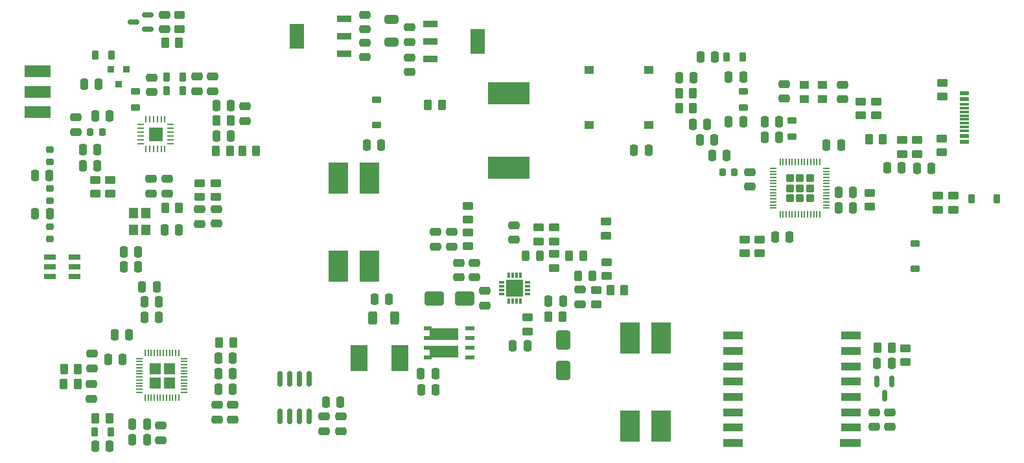
<source format=gbr>
%TF.GenerationSoftware,KiCad,Pcbnew,9.0.6*%
%TF.CreationDate,2025-12-01T10:01:31+02:00*%
%TF.ProjectId,sig_scan_pcb,7369675f-7363-4616-9e5f-7063622e6b69,1*%
%TF.SameCoordinates,Original*%
%TF.FileFunction,Paste,Top*%
%TF.FilePolarity,Positive*%
%FSLAX46Y46*%
G04 Gerber Fmt 4.6, Leading zero omitted, Abs format (unit mm)*
G04 Created by KiCad (PCBNEW 9.0.6) date 2025-12-01 10:01:31*
%MOMM*%
%LPD*%
G01*
G04 APERTURE LIST*
G04 Aperture macros list*
%AMRoundRect*
0 Rectangle with rounded corners*
0 $1 Rounding radius*
0 $2 $3 $4 $5 $6 $7 $8 $9 X,Y pos of 4 corners*
0 Add a 4 corners polygon primitive as box body*
4,1,4,$2,$3,$4,$5,$6,$7,$8,$9,$2,$3,0*
0 Add four circle primitives for the rounded corners*
1,1,$1+$1,$2,$3*
1,1,$1+$1,$4,$5*
1,1,$1+$1,$6,$7*
1,1,$1+$1,$8,$9*
0 Add four rect primitives between the rounded corners*
20,1,$1+$1,$2,$3,$4,$5,0*
20,1,$1+$1,$4,$5,$6,$7,0*
20,1,$1+$1,$6,$7,$8,$9,0*
20,1,$1+$1,$8,$9,$2,$3,0*%
G04 Aperture macros list end*
%ADD10C,0.010000*%
%ADD11RoundRect,0.250000X-0.250000X-0.475000X0.250000X-0.475000X0.250000X0.475000X-0.250000X0.475000X0*%
%ADD12RoundRect,0.250000X-0.450000X0.262500X-0.450000X-0.262500X0.450000X-0.262500X0.450000X0.262500X0*%
%ADD13RoundRect,0.218750X-0.256250X0.218750X-0.256250X-0.218750X0.256250X-0.218750X0.256250X0.218750X0*%
%ADD14RoundRect,0.250000X0.250000X0.475000X-0.250000X0.475000X-0.250000X-0.475000X0.250000X-0.475000X0*%
%ADD15RoundRect,0.250000X0.262500X0.450000X-0.262500X0.450000X-0.262500X-0.450000X0.262500X-0.450000X0*%
%ADD16R,0.800000X0.300000*%
%ADD17R,0.300000X0.800000*%
%ADD18R,2.240000X2.240000*%
%ADD19RoundRect,0.250000X0.475000X-0.250000X0.475000X0.250000X-0.475000X0.250000X-0.475000X-0.250000X0*%
%ADD20R,1.250000X1.000000*%
%ADD21RoundRect,0.027500X-0.082500X0.392500X-0.082500X-0.392500X0.082500X-0.392500X0.082500X0.392500X0*%
%ADD22RoundRect,0.027500X-0.392500X0.082500X-0.392500X-0.082500X0.392500X-0.082500X0.392500X0.082500X0*%
%ADD23RoundRect,0.250000X-1.000000X-0.650000X1.000000X-0.650000X1.000000X0.650000X-1.000000X0.650000X0*%
%ADD24RoundRect,0.225000X-0.375000X0.225000X-0.375000X-0.225000X0.375000X-0.225000X0.375000X0.225000X0*%
%ADD25RoundRect,0.218750X-0.218750X-0.256250X0.218750X-0.256250X0.218750X0.256250X-0.218750X0.256250X0*%
%ADD26RoundRect,0.218750X0.218750X0.381250X-0.218750X0.381250X-0.218750X-0.381250X0.218750X-0.381250X0*%
%ADD27RoundRect,0.243750X-0.243750X-0.456250X0.243750X-0.456250X0.243750X0.456250X-0.243750X0.456250X0*%
%ADD28RoundRect,0.250000X-0.475000X0.250000X-0.475000X-0.250000X0.475000X-0.250000X0.475000X0.250000X0*%
%ADD29RoundRect,0.250000X-0.262500X-0.450000X0.262500X-0.450000X0.262500X0.450000X-0.262500X0.450000X0*%
%ADD30RoundRect,0.150000X-0.150000X0.825000X-0.150000X-0.825000X0.150000X-0.825000X0.150000X0.825000X0*%
%ADD31RoundRect,0.150000X0.587500X0.150000X-0.587500X0.150000X-0.587500X-0.150000X0.587500X-0.150000X0*%
%ADD32R,1.270000X0.610000*%
%ADD33R,1.020000X0.610000*%
%ADD34R,3.810000X1.650000*%
%ADD35R,2.550000X4.150000*%
%ADD36R,2.235200X3.429000*%
%ADD37RoundRect,0.218750X-0.381250X0.218750X-0.381250X-0.218750X0.381250X-0.218750X0.381250X0.218750X0*%
%ADD38RoundRect,0.250000X-0.312500X-0.625000X0.312500X-0.625000X0.312500X0.625000X-0.312500X0.625000X0*%
%ADD39RoundRect,0.250000X-0.285000X-0.285000X0.285000X-0.285000X0.285000X0.285000X-0.285000X0.285000X0*%
%ADD40RoundRect,0.050000X-0.350000X-0.050000X0.350000X-0.050000X0.350000X0.050000X-0.350000X0.050000X0*%
%ADD41RoundRect,0.050000X-0.050000X-0.350000X0.050000X-0.350000X0.050000X0.350000X-0.050000X0.350000X0*%
%ADD42R,5.400000X2.900000*%
%ADD43R,1.650000X0.760000*%
%ADD44RoundRect,0.250000X-0.650000X0.325000X-0.650000X-0.325000X0.650000X-0.325000X0.650000X0.325000X0*%
%ADD45R,1.240000X0.600000*%
%ADD46R,1.240000X0.300000*%
%ADD47RoundRect,0.218750X-0.218750X-0.381250X0.218750X-0.381250X0.218750X0.381250X-0.218750X0.381250X0*%
%ADD48RoundRect,0.250000X0.450000X-0.262500X0.450000X0.262500X-0.450000X0.262500X-0.450000X-0.262500X0*%
%ADD49RoundRect,0.218750X0.218750X0.256250X-0.218750X0.256250X-0.218750X-0.256250X0.218750X-0.256250X0*%
%ADD50R,0.812800X0.889000*%
%ADD51R,1.850000X0.900000*%
%ADD52R,1.850000X3.200000*%
%ADD53RoundRect,0.150000X-0.150000X0.587500X-0.150000X-0.587500X0.150000X-0.587500X0.150000X0.587500X0*%
%ADD54RoundRect,0.218750X0.381250X-0.218750X0.381250X0.218750X-0.381250X0.218750X-0.381250X-0.218750X0*%
%ADD55R,0.810000X0.260000*%
%ADD56R,0.260000X0.810000*%
%ADD57R,2.800000X1.100000*%
%ADD58R,2.600000X1.100000*%
%ADD59RoundRect,0.225000X-0.225000X-0.375000X0.225000X-0.375000X0.225000X0.375000X-0.225000X0.375000X0*%
%ADD60RoundRect,0.250000X-0.650000X1.000000X-0.650000X-1.000000X0.650000X-1.000000X0.650000X1.000000X0*%
%ADD61R,1.200000X1.400000*%
%ADD62R,3.500000X1.500000*%
%ADD63R,1.300000X1.050000*%
G04 APERTURE END LIST*
D10*
%TO.C,U5*%
X39700092Y-69467816D02*
X38340092Y-69467816D01*
X38340092Y-68107816D01*
X39700092Y-68107816D01*
X39700092Y-69467816D01*
G36*
X39700092Y-69467816D02*
G01*
X38340092Y-69467816D01*
X38340092Y-68107816D01*
X39700092Y-68107816D01*
X39700092Y-69467816D01*
G37*
X39700092Y-71357816D02*
X38340092Y-71357816D01*
X38340092Y-69997816D01*
X39700092Y-69997816D01*
X39700092Y-71357816D01*
G36*
X39700092Y-71357816D02*
G01*
X38340092Y-71357816D01*
X38340092Y-69997816D01*
X39700092Y-69997816D01*
X39700092Y-71357816D01*
G37*
X41590092Y-69467816D02*
X40230092Y-69467816D01*
X40230092Y-68107816D01*
X41590092Y-68107816D01*
X41590092Y-69467816D01*
G36*
X41590092Y-69467816D02*
G01*
X40230092Y-69467816D01*
X40230092Y-68107816D01*
X41590092Y-68107816D01*
X41590092Y-69467816D01*
G37*
X41590092Y-71357816D02*
X40230092Y-71357816D01*
X40230092Y-69997816D01*
X41590092Y-69997816D01*
X41590092Y-71357816D01*
G36*
X41590092Y-71357816D02*
G01*
X40230092Y-71357816D01*
X40230092Y-69997816D01*
X41590092Y-69997816D01*
X41590092Y-71357816D01*
G37*
%TO.C,U3*%
X39962500Y-39019450D02*
X38262500Y-39019450D01*
X38262500Y-37319450D01*
X39962500Y-37319450D01*
X39962500Y-39019450D01*
G36*
X39962500Y-39019450D02*
G01*
X38262500Y-39019450D01*
X38262500Y-37319450D01*
X39962500Y-37319450D01*
X39962500Y-39019450D01*
G37*
%TD*%
D11*
%TO.C,C41*%
X118695830Y-38572250D03*
X120595830Y-38572250D03*
%TD*%
D12*
%TO.C,R26*%
X132460230Y-45847349D03*
X132460230Y-47672349D03*
%TD*%
D13*
%TO.C,L6*%
X25300300Y-40232650D03*
X25300300Y-41807652D03*
%TD*%
D14*
%TO.C,C59*%
X38001090Y-78177016D03*
X36101092Y-78177016D03*
%TD*%
D15*
%TO.C,R14*%
X42209201Y-26262651D03*
X40384201Y-26262651D03*
%TD*%
D16*
%TO.C,IC2*%
X87755300Y-59090600D03*
X87755300Y-58590599D03*
X87755300Y-58090599D03*
X87755300Y-57590598D03*
D17*
X86805301Y-56640599D03*
X86305300Y-56640599D03*
X85805300Y-56640599D03*
X85305299Y-56640599D03*
D16*
X84355300Y-57590598D03*
X84355300Y-58090599D03*
X84355300Y-58590599D03*
X84355300Y-59090600D03*
D17*
X85305299Y-60040599D03*
X85805300Y-60040599D03*
X86305300Y-60040599D03*
X86805301Y-60040599D03*
D18*
X86055300Y-58340599D03*
%TD*%
D19*
%TO.C,C15*%
X66497200Y-28117800D03*
X66497200Y-26217802D03*
%TD*%
D20*
%TO.C,SW2*%
X95807700Y-29767850D03*
X103557700Y-29767850D03*
%TD*%
D21*
%TO.C,U5*%
X42165092Y-66797817D03*
X41765092Y-66797816D03*
X41365092Y-66797816D03*
X40965092Y-66797816D03*
X40565092Y-66797817D03*
X40165092Y-66797816D03*
X39765092Y-66797816D03*
X39365092Y-66797817D03*
X38965092Y-66797816D03*
X38565092Y-66797816D03*
X38165092Y-66797816D03*
X37765092Y-66797817D03*
D22*
X37030093Y-67532816D03*
X37030092Y-67932816D03*
X37030092Y-68332816D03*
X37030092Y-68732816D03*
X37030093Y-69132816D03*
X37030092Y-69532816D03*
X37030092Y-69932816D03*
X37030093Y-70332816D03*
X37030092Y-70732816D03*
X37030092Y-71132816D03*
X37030092Y-71532816D03*
X37030093Y-71932816D03*
D21*
X37765092Y-72667815D03*
X38165092Y-72667816D03*
X38565092Y-72667816D03*
X38965092Y-72667816D03*
X39365092Y-72667815D03*
X39765092Y-72667816D03*
X40165092Y-72667816D03*
X40565092Y-72667815D03*
X40965092Y-72667816D03*
X41365092Y-72667816D03*
X41765092Y-72667816D03*
X42165092Y-72667815D03*
D22*
X42900091Y-71932816D03*
X42900092Y-71532816D03*
X42900092Y-71132816D03*
X42900092Y-70732816D03*
X42900091Y-70332816D03*
X42900092Y-69932816D03*
X42900092Y-69532816D03*
X42900091Y-69132816D03*
X42900092Y-68732816D03*
X42900092Y-68332816D03*
X42900092Y-67932816D03*
X42900091Y-67532816D03*
%TD*%
D12*
%TO.C,R19*%
X118033800Y-51944900D03*
X118033800Y-53769900D03*
%TD*%
D11*
%TO.C,C48*%
X128374500Y-47852650D03*
X130274500Y-47852650D03*
%TD*%
D14*
%TO.C,C20*%
X31533499Y-42366250D03*
X29633501Y-42366250D03*
%TD*%
%TO.C,C4*%
X48983299Y-34416050D03*
X47083301Y-34416050D03*
%TD*%
D23*
%TO.C,D6*%
X75529298Y-59700199D03*
X79529300Y-59700199D03*
%TD*%
D24*
%TO.C,D7*%
X68021200Y-33656000D03*
X68021200Y-36956000D03*
%TD*%
D19*
%TO.C,C68*%
X133003600Y-76463048D03*
X133003600Y-74563050D03*
%TD*%
D12*
%TO.C,R34*%
X91187900Y-50405699D03*
X91187900Y-52230699D03*
%TD*%
D25*
%TO.C,L12*%
X113195400Y-43153650D03*
X114770400Y-43153650D03*
%TD*%
D26*
%TO.C,L4*%
X42695000Y-30758450D03*
X40570000Y-30758450D03*
%TD*%
D14*
%TO.C,C50*%
X63306999Y-73228200D03*
X61407001Y-73228200D03*
%TD*%
D27*
%TO.C,D5*%
X87481799Y-54112199D03*
X89356801Y-54112199D03*
%TD*%
D28*
%TO.C,C21*%
X38508300Y-44047652D03*
X38508300Y-45947650D03*
%TD*%
D29*
%TO.C,R16*%
X107533200Y-32815850D03*
X109358200Y-32815850D03*
%TD*%
%TO.C,R18*%
X40389800Y-47801850D03*
X42214800Y-47801850D03*
%TD*%
D14*
%TO.C,C13*%
X136623498Y-42620250D03*
X134723500Y-42620250D03*
%TD*%
D28*
%TO.C,C77*%
X75742800Y-50977800D03*
X75742800Y-52877798D03*
%TD*%
D30*
%TO.C,U6*%
X59182000Y-70157800D03*
X57912000Y-70157800D03*
X56642000Y-70157800D03*
X55372000Y-70157800D03*
X55372000Y-75107800D03*
X56642000Y-75107800D03*
X57912000Y-75107800D03*
X59182000Y-75107800D03*
%TD*%
D31*
%TO.C,Q1*%
X38091700Y-24494850D03*
X38091700Y-22594850D03*
X36216699Y-23544850D03*
%TD*%
D11*
%TO.C,C55*%
X47330994Y-67509016D03*
X49230992Y-67509016D03*
%TD*%
D19*
%TO.C,C45*%
X116750230Y-45059449D03*
X116750230Y-43159451D03*
%TD*%
D28*
%TO.C,C51*%
X63322200Y-75112801D03*
X63322200Y-77012799D03*
%TD*%
D11*
%TO.C,C37*%
X34952300Y-55574250D03*
X36852298Y-55574250D03*
%TD*%
D12*
%TO.C,R23*%
X141351000Y-46257200D03*
X141351000Y-48082200D03*
%TD*%
D15*
%TO.C,R32*%
X100380800Y-58582599D03*
X98555800Y-58582599D03*
%TD*%
D14*
%TO.C,C24*%
X109421099Y-30809250D03*
X107521101Y-30809250D03*
%TD*%
D11*
%TO.C,C40*%
X118695830Y-36591050D03*
X120595830Y-36591050D03*
%TD*%
D32*
%TO.C,Q3*%
X80174100Y-67389399D03*
X80174099Y-66119399D03*
X80174099Y-64849399D03*
X80174100Y-63579399D03*
D33*
X74709099Y-63579399D03*
X74709099Y-64849399D03*
X74709099Y-66119399D03*
X74709099Y-67389399D03*
D34*
X76814099Y-66614399D03*
X76814099Y-64354399D03*
%TD*%
D19*
%TO.C,C8*%
X72350901Y-30050700D03*
X72350901Y-28150702D03*
%TD*%
D12*
%TO.C,R27*%
X133275700Y-33935350D03*
X133275700Y-35760350D03*
%TD*%
%TO.C,R31*%
X96699700Y-58586399D03*
X96699700Y-60411399D03*
%TD*%
D13*
%TO.C,L8*%
X25300300Y-45286947D03*
X25300300Y-46861949D03*
%TD*%
D35*
%TO.C,L15*%
X105192800Y-64827800D03*
X101142800Y-64827800D03*
X101142800Y-76377800D03*
X105192800Y-76377800D03*
%TD*%
D28*
%TO.C,C35*%
X44883700Y-48020251D03*
X44883700Y-49920249D03*
%TD*%
%TO.C,C67*%
X85980900Y-50073599D03*
X85980900Y-51973597D03*
%TD*%
D14*
%TO.C,C78*%
X68615599Y-39573200D03*
X66715601Y-39573200D03*
%TD*%
D11*
%TO.C,C60*%
X47330994Y-71573016D03*
X49230992Y-71573016D03*
%TD*%
D36*
%TO.C,L16*%
X71031101Y-67437000D03*
X65722499Y-67437000D03*
%TD*%
D37*
%TO.C,L2*%
X36527100Y-32566150D03*
X36527100Y-34691150D03*
%TD*%
D38*
%TO.C,R42*%
X67473100Y-62255400D03*
X70398100Y-62255400D03*
%TD*%
D39*
%TO.C,U4*%
X121985729Y-43922550D03*
X121985729Y-45252550D03*
X121985729Y-46582550D03*
X123315729Y-43922550D03*
X123315729Y-45252550D03*
X123315729Y-46582550D03*
X124645729Y-43922550D03*
X124645729Y-45252550D03*
X124645729Y-46582550D03*
D40*
X119865729Y-42652550D03*
X119865729Y-43052550D03*
X119865729Y-43452550D03*
X119865729Y-43852550D03*
X119865729Y-44252550D03*
X119865729Y-44652550D03*
X119865729Y-45052550D03*
X119865729Y-45452550D03*
X119865729Y-45852550D03*
X119865729Y-46252550D03*
X119865729Y-46652550D03*
X119865729Y-47052550D03*
X119865729Y-47452550D03*
X119865729Y-47852550D03*
D41*
X120715729Y-48702550D03*
X121115729Y-48702550D03*
X121515729Y-48702550D03*
X121915729Y-48702550D03*
X122315729Y-48702550D03*
X122715729Y-48702550D03*
X123115729Y-48702550D03*
X123515729Y-48702550D03*
X123915729Y-48702550D03*
X124315729Y-48702550D03*
X124715729Y-48702550D03*
X125115729Y-48702550D03*
X125515729Y-48702550D03*
X125915729Y-48702550D03*
D40*
X126765729Y-47852550D03*
X126765729Y-47452550D03*
X126765729Y-47052550D03*
X126765729Y-46652550D03*
X126765729Y-46252550D03*
X126765729Y-45852550D03*
X126765729Y-45452550D03*
X126765729Y-45052550D03*
X126765729Y-44652550D03*
X126765729Y-44252550D03*
X126765729Y-43852550D03*
X126765729Y-43452550D03*
X126765729Y-43052550D03*
X126765729Y-42652550D03*
D41*
X125915729Y-41802550D03*
X125515729Y-41802550D03*
X125115729Y-41802550D03*
X124715729Y-41802550D03*
X124315729Y-41802550D03*
X123915729Y-41802550D03*
X123515729Y-41802550D03*
X123115729Y-41802550D03*
X122715729Y-41802550D03*
X122315729Y-41802550D03*
X121915729Y-41802550D03*
X121515729Y-41802550D03*
X121115729Y-41802550D03*
X120715729Y-41802550D03*
%TD*%
D19*
%TO.C,C28*%
X128918100Y-33638849D03*
X128918100Y-31738851D03*
%TD*%
D14*
%TO.C,C42*%
X111223229Y-36921251D03*
X109323231Y-36921251D03*
%TD*%
D29*
%TO.C,R2*%
X47044600Y-40385050D03*
X48869600Y-40385050D03*
%TD*%
%TO.C,R11*%
X50448200Y-40385050D03*
X52273200Y-40385050D03*
%TD*%
D42*
%TO.C,L7*%
X85293200Y-32843600D03*
X85293200Y-42543600D03*
%TD*%
D12*
%TO.C,R44*%
X79908400Y-47558999D03*
X79908400Y-49383999D03*
%TD*%
D43*
%TO.C,T1*%
X25361300Y-56818850D03*
X25361300Y-55548850D03*
X25361300Y-54278850D03*
X28541300Y-54278850D03*
X28541300Y-55548850D03*
X28541300Y-56818850D03*
%TD*%
D14*
%TO.C,C56*%
X38001090Y-76119616D03*
X36101092Y-76119616D03*
%TD*%
D44*
%TO.C,C16*%
X69926200Y-23164800D03*
X69926200Y-26114802D03*
%TD*%
D12*
%TO.C,R43*%
X79910301Y-51015299D03*
X79910301Y-52840299D03*
%TD*%
D28*
%TO.C,C61*%
X47173591Y-73579616D03*
X47173591Y-75479614D03*
%TD*%
D45*
%TO.C,J4*%
X144804900Y-39214848D03*
X144804900Y-38414848D03*
D46*
X144804900Y-37264848D03*
X144804900Y-36264848D03*
X144804900Y-35764848D03*
X144804900Y-34764848D03*
D45*
X144804900Y-33614848D03*
X144804900Y-32814848D03*
X144804900Y-32814848D03*
X144804900Y-33614848D03*
D46*
X144804900Y-34264848D03*
X144804900Y-35264848D03*
X144804900Y-36764848D03*
X144804900Y-37764848D03*
D45*
X144804900Y-38414848D03*
X144804900Y-39214848D03*
%TD*%
D47*
%TO.C,L1*%
X31222800Y-27862850D03*
X33347800Y-27862850D03*
%TD*%
D28*
%TO.C,C7*%
X66497200Y-22585602D03*
X66497200Y-24485600D03*
%TD*%
D14*
%TO.C,C46*%
X121942029Y-51602450D03*
X120042031Y-51602450D03*
%TD*%
D12*
%TO.C,R37*%
X91169099Y-53844898D03*
X91169099Y-55669898D03*
%TD*%
D48*
%TO.C,R30*%
X98001699Y-51426198D03*
X98001699Y-49601198D03*
%TD*%
%TO.C,R12*%
X42287300Y-24457350D03*
X42287300Y-22632350D03*
%TD*%
D14*
%TO.C,C53*%
X115903127Y-36561350D03*
X114003129Y-36561350D03*
%TD*%
D12*
%TO.C,R10*%
X31269300Y-44171550D03*
X31269300Y-45996550D03*
%TD*%
D14*
%TO.C,C64*%
X92351299Y-60004999D03*
X90451301Y-60004999D03*
%TD*%
D28*
%TO.C,C70*%
X82152099Y-58699400D03*
X82152099Y-60599398D03*
%TD*%
D49*
%TO.C,L5*%
X32158401Y-37921250D03*
X30583399Y-37921250D03*
%TD*%
D12*
%TO.C,R4*%
X138619899Y-38962650D03*
X138619899Y-40787650D03*
%TD*%
%TO.C,R41*%
X87758900Y-62167798D03*
X87758900Y-63992798D03*
%TD*%
D35*
%TO.C,L17*%
X63049800Y-55482800D03*
X67099800Y-55482800D03*
X67099800Y-43932800D03*
X63049800Y-43932800D03*
%TD*%
D28*
%TO.C,C11*%
X72325501Y-24213701D03*
X72325501Y-26113699D03*
%TD*%
D19*
%TO.C,C2*%
X44528100Y-32572049D03*
X44528100Y-30672051D03*
%TD*%
D20*
%TO.C,SW1*%
X95806430Y-36956050D03*
X103556430Y-36956050D03*
%TD*%
D12*
%TO.C,R39*%
X137083801Y-66194100D03*
X137083801Y-68019100D03*
%TD*%
D50*
%TO.C,U1*%
X35361299Y-29737251D03*
X33311301Y-29737251D03*
X34336300Y-31627250D03*
%TD*%
D28*
%TO.C,C52*%
X61163200Y-75112802D03*
X61163200Y-77012800D03*
%TD*%
D19*
%TO.C,C3*%
X38609900Y-32699049D03*
X38609900Y-30799051D03*
%TD*%
D48*
%TO.C,R40*%
X89155900Y-52230699D03*
X89155900Y-50405699D03*
%TD*%
D14*
%TO.C,C36*%
X34831092Y-67636016D03*
X32931094Y-67636016D03*
%TD*%
D48*
%TO.C,R35*%
X98027099Y-56736698D03*
X98027099Y-54911698D03*
%TD*%
D19*
%TO.C,C66*%
X135035600Y-76463048D03*
X135035600Y-74563050D03*
%TD*%
D11*
%TO.C,C23*%
X101628301Y-40258050D03*
X103528299Y-40258050D03*
%TD*%
D26*
%TO.C,L14*%
X115882330Y-28082050D03*
X113757330Y-28082050D03*
%TD*%
D28*
%TO.C,C10*%
X40667300Y-44032451D03*
X40667300Y-45932449D03*
%TD*%
D12*
%TO.C,R3*%
X141810100Y-38735950D03*
X141810100Y-40560950D03*
%TD*%
D51*
%TO.C,IC1*%
X75012901Y-23793499D03*
X75012901Y-26093500D03*
X75012901Y-28393501D03*
D52*
X81212901Y-26093500D03*
%TD*%
D51*
%TO.C,U2*%
X63806000Y-27674601D03*
X63806000Y-25374600D03*
X63806000Y-23074599D03*
D52*
X57606000Y-25374600D03*
%TD*%
D14*
%TO.C,C58*%
X112201999Y-28092400D03*
X110302001Y-28092400D03*
%TD*%
D48*
%TO.C,R22*%
X143332200Y-48082200D03*
X143332200Y-46257200D03*
%TD*%
D24*
%TO.C,D1*%
X138379200Y-52452000D03*
X138379200Y-55752000D03*
%TD*%
D28*
%TO.C,C76*%
X77825600Y-50967601D03*
X77825600Y-52867599D03*
%TD*%
D29*
%TO.C,R20*%
X27134892Y-70887216D03*
X28959892Y-70887216D03*
%TD*%
%TO.C,R28*%
X47431392Y-65400816D03*
X49256392Y-65400816D03*
%TD*%
D11*
%TO.C,C49*%
X126798430Y-39588250D03*
X128698430Y-39588250D03*
%TD*%
%TO.C,C34*%
X31231801Y-79019400D03*
X33131799Y-79019400D03*
%TD*%
D14*
%TO.C,C69*%
X87728499Y-65821599D03*
X85828501Y-65821599D03*
%TD*%
D53*
%TO.C,Q2*%
X135308400Y-70528200D03*
X133408400Y-70528200D03*
X134358400Y-72403201D03*
%TD*%
D11*
%TO.C,FB1*%
X37378601Y-58115200D03*
X39278599Y-58115200D03*
%TD*%
D12*
%TO.C,R9*%
X44883700Y-44577950D03*
X44883700Y-46402950D03*
%TD*%
D29*
%TO.C,R24*%
X31269300Y-75311000D03*
X33094300Y-75311000D03*
%TD*%
D11*
%TO.C,C17*%
X138609700Y-42671051D03*
X140509698Y-42671051D03*
%TD*%
D26*
%TO.C,L3*%
X42690700Y-32536450D03*
X40565700Y-32536450D03*
%TD*%
D11*
%TO.C,C1*%
X29804901Y-31622050D03*
X31704899Y-31622050D03*
%TD*%
D54*
%TO.C,L13*%
X115908129Y-34732550D03*
X115908129Y-32607550D03*
%TD*%
D12*
%TO.C,R21*%
X116103400Y-51944900D03*
X116103400Y-53769900D03*
%TD*%
%TO.C,R7*%
X33225100Y-44171550D03*
X33225100Y-45996550D03*
%TD*%
D15*
%TO.C,R1*%
X48918500Y-36422650D03*
X47093500Y-36422650D03*
%TD*%
D55*
%TO.C,U3*%
X37162500Y-36919450D03*
X37162500Y-37419450D03*
X37162500Y-37919450D03*
X37162500Y-38419450D03*
X37162500Y-38919450D03*
X37162500Y-39419450D03*
D56*
X37862500Y-40119450D03*
X38362500Y-40119450D03*
X38862500Y-40119450D03*
X39362500Y-40119450D03*
X39862500Y-40119450D03*
X40362500Y-40119450D03*
D55*
X41062500Y-39419450D03*
X41062500Y-38919450D03*
X41062500Y-38419450D03*
X41062500Y-37919450D03*
X41062500Y-37419450D03*
X41062500Y-36919450D03*
D56*
X40362500Y-36219450D03*
X39862500Y-36219450D03*
X39362500Y-36219450D03*
X38862500Y-36219450D03*
X38362500Y-36219450D03*
X37862500Y-36219450D03*
%TD*%
D11*
%TO.C,C47*%
X128373230Y-45785849D03*
X130273230Y-45785849D03*
%TD*%
D48*
%TO.C,R6*%
X141937100Y-33271150D03*
X141937100Y-31446150D03*
%TD*%
D12*
%TO.C,R5*%
X136635099Y-38962650D03*
X136635099Y-40787650D03*
%TD*%
D14*
%TO.C,C75*%
X69631599Y-59791600D03*
X67731601Y-59791600D03*
%TD*%
D11*
%TO.C,C9*%
X47057900Y-38403850D03*
X48957900Y-38403850D03*
%TD*%
D14*
%TO.C,C19*%
X25285099Y-43560151D03*
X23385101Y-43560151D03*
%TD*%
%TO.C,C25*%
X42224099Y-50702051D03*
X40324101Y-50702051D03*
%TD*%
D15*
%TO.C,R36*%
X92284799Y-62047198D03*
X90459799Y-62047198D03*
%TD*%
D11*
%TO.C,C57*%
X47341193Y-69541016D03*
X49241191Y-69541016D03*
%TD*%
D28*
%TO.C,C29*%
X30817892Y-66914617D03*
X30817892Y-68814615D03*
%TD*%
D57*
%TO.C,U7*%
X129881300Y-78540450D03*
D58*
X129981300Y-76540450D03*
X129981300Y-74540450D03*
X129981300Y-72540450D03*
X129981300Y-70540450D03*
X129981300Y-68540450D03*
X129981300Y-66540450D03*
X129981300Y-64540450D03*
X114581300Y-64540450D03*
X114581300Y-66540450D03*
X114581300Y-68540450D03*
X114581300Y-70540450D03*
X114581300Y-72540450D03*
X114581300Y-74540450D03*
X114581300Y-76540450D03*
X114581300Y-78540450D03*
%TD*%
D19*
%TO.C,C14*%
X28754700Y-37906049D03*
X28754700Y-36006051D03*
%TD*%
D59*
%TO.C,D2*%
X145697300Y-46608050D03*
X148997300Y-46608050D03*
%TD*%
D28*
%TO.C,C62*%
X49230992Y-73579616D03*
X49230992Y-75479614D03*
%TD*%
D12*
%TO.C,R8*%
X47042700Y-44577950D03*
X47042700Y-46402950D03*
%TD*%
D14*
%TO.C,C44*%
X113763230Y-40985250D03*
X111863232Y-40985250D03*
%TD*%
D28*
%TO.C,C6*%
X50852700Y-34558251D03*
X50852700Y-36458249D03*
%TD*%
D14*
%TO.C,C74*%
X75683798Y-69472199D03*
X73783800Y-69472199D03*
%TD*%
D15*
%TO.C,R13*%
X76528300Y-34345800D03*
X74703300Y-34345800D03*
%TD*%
D19*
%TO.C,C71*%
X80805899Y-56916398D03*
X80805899Y-55016400D03*
%TD*%
D29*
%TO.C,R15*%
X107533200Y-34797050D03*
X109358200Y-34797050D03*
%TD*%
D47*
%TO.C,L11*%
X31195500Y-77139800D03*
X33320500Y-77139800D03*
%TD*%
D29*
%TO.C,R33*%
X93172900Y-54061399D03*
X94997900Y-54061399D03*
%TD*%
D14*
%TO.C,C43*%
X112137629Y-38927850D03*
X110237631Y-38927850D03*
%TD*%
D29*
%TO.C,R17*%
X27162192Y-68880616D03*
X28987192Y-68880616D03*
%TD*%
D60*
%TO.C,D3*%
X92356300Y-65116998D03*
X92356300Y-69117000D03*
%TD*%
D28*
%TO.C,C30*%
X30767092Y-70866816D03*
X30767092Y-72766814D03*
%TD*%
%TO.C,C32*%
X47068100Y-47994851D03*
X47068100Y-49894849D03*
%TD*%
D37*
%TO.C,L10*%
X122312830Y-36392150D03*
X122312830Y-38517150D03*
%TD*%
D19*
%TO.C,C72*%
X78765400Y-56906199D03*
X78765400Y-55006201D03*
%TD*%
D11*
%TO.C,C39*%
X34952300Y-53567650D03*
X36852298Y-53567650D03*
%TD*%
D27*
%TO.C,D4*%
X94365199Y-56702999D03*
X96240201Y-56702999D03*
%TD*%
D28*
%TO.C,C5*%
X46560100Y-30672051D03*
X46560100Y-32572049D03*
%TD*%
D29*
%TO.C,R25*%
X132312400Y-38861050D03*
X134137400Y-38861050D03*
%TD*%
D14*
%TO.C,C54*%
X115896829Y-30723650D03*
X113996831Y-30723650D03*
%TD*%
D15*
%TO.C,R38*%
X135284200Y-66134000D03*
X133459200Y-66134000D03*
%TD*%
D19*
%TO.C,C27*%
X121220630Y-33524248D03*
X121220630Y-31624250D03*
%TD*%
D14*
%TO.C,C65*%
X135300798Y-68148000D03*
X133400800Y-68148000D03*
%TD*%
D61*
%TO.C,Y1*%
X37873100Y-50697450D03*
X37873100Y-48497450D03*
X36273100Y-48497450D03*
X36273100Y-50697450D03*
%TD*%
D14*
%TO.C,C12*%
X33133699Y-35787650D03*
X31233701Y-35787650D03*
%TD*%
D12*
%TO.C,R29*%
X131294500Y-33909950D03*
X131294500Y-35734950D03*
%TD*%
D14*
%TO.C,C31*%
X35669292Y-64410215D03*
X33769294Y-64410215D03*
%TD*%
D28*
%TO.C,FB2*%
X39809491Y-76287217D03*
X39809491Y-78187215D03*
%TD*%
D62*
%TO.C,J1*%
X23753000Y-32638050D03*
X23753000Y-29938050D03*
X23753000Y-35338050D03*
%TD*%
D14*
%TO.C,C18*%
X31533499Y-40232650D03*
X29633501Y-40232650D03*
%TD*%
D63*
%TO.C,Y2*%
X123920529Y-33585350D03*
X126220529Y-33585350D03*
X126220529Y-31735350D03*
X123920529Y-31735350D03*
%TD*%
D14*
%TO.C,C22*%
X25310499Y-48614450D03*
X23410501Y-48614450D03*
%TD*%
D11*
%TO.C,C73*%
X73809200Y-71631199D03*
X75709198Y-71631199D03*
%TD*%
%TO.C,C33*%
X37665693Y-60117616D03*
X39565691Y-60117616D03*
%TD*%
D19*
%TO.C,C26*%
X40306100Y-24494849D03*
X40306100Y-22594851D03*
%TD*%
D11*
%TO.C,C38*%
X37665693Y-62149616D03*
X39565691Y-62149616D03*
%TD*%
D28*
%TO.C,C63*%
X94616900Y-58521600D03*
X94616900Y-60421598D03*
%TD*%
D13*
%TO.C,L9*%
X25325700Y-50316248D03*
X25325700Y-51891250D03*
%TD*%
M02*

</source>
